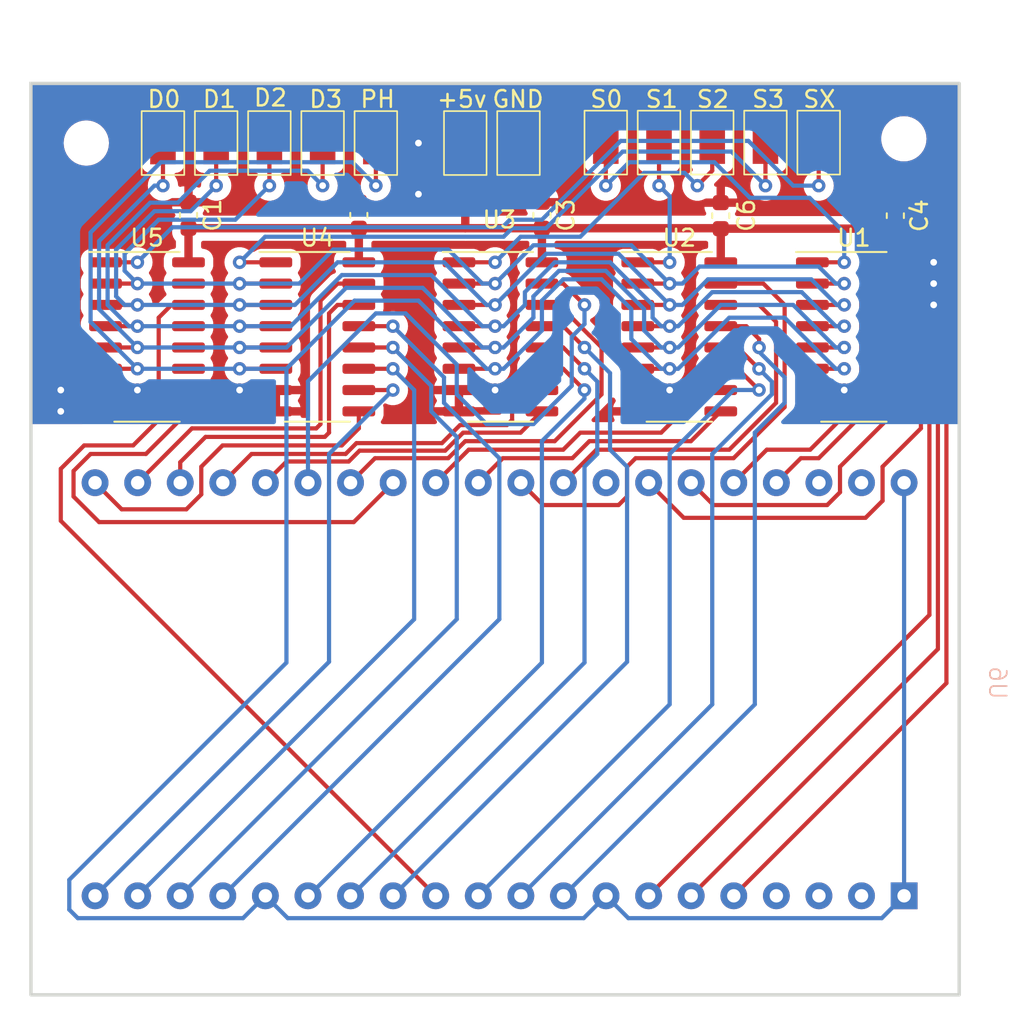
<source format=kicad_pcb>
(kicad_pcb (version 20221018) (generator pcbnew)
  (layers (0 "F.Cu" signal) (31 "B.Cu" signal) (34 "B.Paste" user) (35 "F.Paste" user) (36 "B.SilkS" user "B.Silkscreen") (37 "F.SilkS" user "F.Silkscreen") (38 "B.Mask" user) (39 "F.Mask" user) (44 "Edge.Cuts" user))
  (net 0 "")
  (net 1 "GND")
  (net 2 "PHASE")
  (net 6 "SIG_E0")
  (net 7 "SIG_D0")
  (net 8 "SIG_C0")
  (net 9 "SIG_E1")
  (net 10 "SIG_D1")
  (net 11 "SIG_C1")
  (net 12 "SIG_DP")
  (net 13 "SIG_E2")
  (net 14 "SIG_D2")
  (net 15 "SIG_C2")
  (net 16 "SIG_E3")
  (net 17 "SIG_D3")
  (net 18 "SIG_C3")
  (net 19 "SIG_B3")
  (net 20 "SIG_A3")
  (net 21 "SIG_F3")
  (net 22 "SIG_G3")
  (net 23 "SIG_B2")
  (net 24 "SIG_A2")
  (net 25 "SIG_F2")
  (net 26 "SIG_G2")
  (net 27 "SIG_COL")
  (net 28 "SIG_B1")
  (net 29 "SIG_A1")
  (net 30 "SIG_F1")
  (net 31 "SIG_G1")
  (net 33 "SIG_B0")
  (net 34 "SIG_A0")
  (net 35 "SIG_F0")
  (net 36 "SIG_G0")
  (net 39 "+5V")
  (net 40 "DIG_SEL_0")
  (net 41 "DATA2")
  (net 42 "DATA1")
  (net 43 "DATA3")
  (net 44 "DATA0")
  (net 45 "DIG_SEL_1")
  (net 46 "DIG_SEL_2")
  (net 47 "DIG_SEL_3")
  (net 48 "MIS_SEL")
  (footprint "Capacitor_SMD:C_0603_1608Metric" (layer "F.Cu") (at 169.418 91.935 -90)
    (fp_text reference "C2" hide)
    (fp_text value "C")
  )
  (footprint "MountingHole:MountingHole_2.2mm_M2" (layer "F.Cu") (at 153.67 135.89)
    (fp_text reference "H3" hide)
    (fp_text value "MountingHole")
  )
  (footprint "MountingHole:MountingHole_2.2mm_M2" (layer "F.Cu") (at 153.162 87.63)
    (fp_text reference "H1" hide)
    (fp_text value "MountingHole")
  )
  (footprint "MountingHole:MountingHole_2.2mm_M2" (layer "F.Cu") (at 201.93 87.376)
    (fp_text reference "H2" hide)
    (fp_text value "MountingHole")
  )
  (footprint "Package_SO:SOIC-16_3.9x9.9mm_P1.27mm" (layer "F.Cu") (at 166.943 99.187)
    (fp_text reference "U4")
    (fp_text value "4056")
  )
  (footprint "Package_SO:SOIC-16_3.9x9.9mm_P1.27mm" (layer "F.Cu") (at 188.533 99.187)
    (fp_text reference "U2")
    (fp_text value "4056")
  )
  (footprint "Capacitor_SMD:C_0603_1608Metric" (layer "F.Cu") (at 191.008 91.961 -90)
    (fp_text reference "C6")
    (fp_text value "C")
  )
  (footprint "Package_SO:SOIC-16_3.9x9.9mm_P1.27mm" (layer "F.Cu") (at 156.783 99.187)
    (fp_text reference "U5")
    (fp_text value "4056")
  )
  (footprint "MountingHole:MountingHole_2.2mm_M2" (layer "F.Cu") (at 201.93 136.144)
    (fp_text reference "H4" hide)
    (fp_text value "MountingHole")
  )
  (footprint "Capacitor_SMD:C_0603_1608Metric" (layer "F.Cu") (at 159.258 91.935 -90)
    (fp_text reference "C1")
    (fp_text value "C")
  )
  (footprint "Package_SO:SOIC-16_3.9x9.9mm_P1.27mm" (layer "F.Cu") (at 198.947 99.187)
    (fp_text reference "U1")
    (fp_text value "4056")
  )
  (footprint "Package_SO:SOIC-16_3.9x9.9mm_P1.27mm" (layer "F.Cu") (at 177.865 99.187)
    (fp_text reference "U3")
    (fp_text value "4056")
  )
  (footprint "MiscLib:PAD_5" (layer "F.Cu") (at 184.15 79.348)
    (fp_text reference "Conn2" hide)
    (fp_text value "5_Sig_Ip")
  )
  (footprint "MiscLib:PAD_5" (layer "F.Cu") (at 157.734 79.375)
    (fp_text reference "Conn1" hide)
    (fp_text value "5_Sig_Ip")
  )
  (footprint "Capacitor_SMD:C_0603_1608Metric" (layer "F.Cu") (at 180.34 91.935 -90)
    (fp_text reference "C3")
    (fp_text value "C")
  )
  (footprint "MiscLib:PAD_2" (layer "F.Cu") (at 175.768 79.375)
    (fp_text reference "Conn3" hide)
    (fp_text value "~")
  )
  (footprint "Capacitor_SMD:C_0603_1608Metric" (layer "F.Cu") (at 201.422 91.961 -90)
    (fp_text reference "C4")
    (fp_text value "C")
  )
  (footprint "LCD_Display:LCD-S401C39TR" (layer "B.Cu") (at 207.0245 119.8245 90)
    (fp_text reference "U6")
    (fp_text value "~")
  )
  (gr_rect (start 149.86 84.074) (end 205.232 138.43) (stroke (width 0.2)) (fill none) (layer "Edge.Cuts"))
  (gr_text "SX" (at 195.834 85.598) (layer "F.SilkS") (effects (font (size 1 1)) (justify left bottom)))
  (gr_text "D0" (at 156.718 85.598) (layer "F.SilkS") (effects (font (size 1 1)) (justify left bottom)))
  (gr_text "+5v\n" (at 173.99 85.598) (layer "F.SilkS") (effects (font (size 1 1)) (justify left bottom)))
  (gr_text "D2\n\n" (at 163.068 87.122) (layer "F.SilkS") (effects (font (size 1 1)) (justify left bottom)))
  (gr_text "D3\n" (at 166.37 85.598) (layer "F.SilkS") (effects (font (size 1 1)) (justify left bottom)))
  (gr_text "S3" (at 192.786 85.598) (layer "F.SilkS") (effects (font (size 1 1)) (justify left bottom)))
  (gr_text "PH" (at 169.418 85.598) (layer "F.SilkS") (effects (font (size 1 1)) (justify left bottom)))
  (gr_text "D1\n" (at 160.02 85.598) (layer "F.SilkS") (effects (font (size 1 1)) (justify left bottom)))
  (gr_text "S1" (at 186.436 85.598) (layer "F.SilkS") (effects (font (size 1 1)) (justify left bottom)))
  (gr_text "GND\n" (at 177.292 85.598) (layer "F.SilkS") (effects (font (size 1 1)) (justify left bottom)))
  (gr_text "S0" (at 183.134 85.598) (layer "F.SilkS") (effects (font (size 1 1)) (justify left bottom)))
  (gr_text "S2" (at 189.484 85.598) (layer "F.SilkS") (effects (font (size 1 1)) (justify left bottom)))
  (segment (start 164.468 102.362) (end 164.468 103.632) (width 0.5) (layer "F.Cu") (net 1))
  (segment (start 175.39 103.632) (end 175.39 102.362) (width 0.5) (layer "F.Cu") (net 1))
  (segment (start 175.39 102.362) (end 177.546 102.362) (width 0.5) (layer "F.Cu") (net 1))
  (segment (start 186.058 103.632) (end 186.058 102.362) (width 0.5) (layer "F.Cu") (net 1))
  (segment (start 162.306 102.362) (end 164.468 102.362) (width 0.5) (layer "F.Cu") (net 1))
  (segment (start 186.058 102.362) (end 187.96 102.362) (width 0.5) (layer "F.Cu") (net 1))
  (segment (start 154.308 103.632) (end 154.308 102.362) (width 0.5) (layer "F.Cu") (net 1))
  (segment (start 196.472 102.362) (end 198.374 102.362) (width 0.5) (layer "F.Cu") (net 1))
  (segment (start 196.472 103.632) (end 196.472 102.362) (width 0.5) (layer "F.Cu") (net 1))
  (segment (start 154.308 102.362) (end 156.21 102.362) (width 0.5) (layer "F.Cu") (net 1))
  (via (at 177.546 102.362) (size 0.8) (drill 0.4) (layers "F.Cu" "B.Cu") (net 1))
  (via (at 156.21 102.362) (size 0.8) (drill 0.4) (layers "F.Cu" "B.Cu") (net 1))
  (via (at 203.708 94.742) (size 0.8) (drill 0.4) (layers "F.Cu" "B.Cu") (net 1))
  (via (at 198.374 102.362) (size 0.8) (drill 0.4) (layers "F.Cu" "B.Cu") (net 1))
  (via (at 187.96 102.362) (size 0.8) (drill 0.4) (layers "F.Cu" "B.Cu") (net 1))
  (via (at 162.306 102.362) (size 0.8) (drill 0.4) (layers "F.Cu" "B.Cu") (net 1))
  (via (at 172.974 87.63) (size 0.8) (drill 0.4) (layers "F.Cu" "B.Cu") (net 1))
  (via (at 151.638 103.632) (size 0.8) (drill 0.4) (layers "F.Cu" "B.Cu") (net 1))
  (via (at 151.638 102.362) (size 0.8) (drill 0.4) (layers "F.Cu" "B.Cu") (net 1))
  (via (at 172.974 90.678) (size 0.8) (drill 0.4) (layers "F.Cu" "B.Cu") (net 1))
  (via (at 203.708 96.012) (size 0.8) (drill 0.4) (layers "F.Cu" "B.Cu") (net 1))
  (via (at 203.708 97.282) (size 0.8) (drill 0.4) (layers "F.Cu" "B.Cu") (net 1))
  (segment (start 184.15 99.441) (end 187.071 102.362) (width 0.5) (layer "B.Cu") (net 1))
  (segment (start 188.722 102.362) (end 192.278 98.806) (width 0.5) (layer "B.Cu") (net 1))
  (segment (start 181.952 96.432) (end 183.554 96.432) (width 0.5) (layer "B.Cu") (net 1))
  (segment (start 187.071 102.362) (end 187.96 102.362) (width 0.5) (layer "B.Cu") (net 1))
  (segment (start 184.15 97.028) (end 184.15 99.441) (width 0.5) (layer "B.Cu") (net 1))
  (segment (start 180.34 102.362) (end 181.356 101.346) (width 0.5) (layer "B.Cu") (net 1))
  (segment (start 181.356 101.346) (end 181.356 97.028) (width 0.5) (layer "B.Cu") (net 1))
  (segment (start 183.554 96.432) (end 184.15 97.028) (width 0.5) (layer "B.Cu") (net 1))
  (segment (start 194.31 98.806) (end 197.866 102.362) (width 0.5) (layer "B.Cu") (net 1))
  (segment (start 192.278 98.806) (end 194.31 98.806) (width 0.5) (layer "B.Cu") (net 1))
  (segment (start 177.546 102.362) (end 180.34 102.362) (width 0.5) (layer "B.Cu") (net 1))
  (segment (start 181.356 97.028) (end 181.952 96.432) (width 0.5) (layer "B.Cu") (net 1))
  (segment (start 187.96 102.362) (end 188.722 102.362) (width 0.5) (layer "B.Cu") (net 1))
  (segment (start 197.866 102.362) (end 198.374 102.362) (width 0.5) (layer "B.Cu") (net 1))
  (segment (start 164.468 101.092) (end 162.306 101.092) (width 0.25) (layer "F.Cu") (net 2))
  (segment (start 154.308 101.092) (end 156.21 101.092) (width 0.25) (layer "F.Cu") (net 2))
  (segment (start 196.472 101.092) (end 198.374 101.092) (width 0.25) (layer "F.Cu") (net 2))
  (segment (start 175.39 101.092) (end 177.546 101.092) (width 0.25) (layer "F.Cu") (net 2))
  (segment (start 186.058 101.092) (end 187.96 101.092) (width 0.25) (layer "F.Cu") (net 2))
  (segment (start 170.434 90.17) (end 170.434 87.63) (width 0.25) (layer "F.Cu") (net 2))
  (via (at 177.546 101.092) (size 0.8) (drill 0.4) (layers "F.Cu" "B.Cu") (net 2))
  (via (at 162.306 101.092) (size 0.8) (drill 0.4) (layers "F.Cu" "B.Cu") (net 2))
  (via (at 198.374 101.092) (size 0.8) (drill 0.4) (layers "F.Cu" "B.Cu") (net 2))
  (via (at 156.21 101.092) (size 0.8) (drill 0.4) (layers "F.Cu" "B.Cu") (net 2))
  (via (at 170.434 90.17) (size 0.8) (drill 0.4) (layers "F.Cu" "B.Cu") (net 2))
  (via (at 187.96 101.092) (size 0.8) (drill 0.4) (layers "F.Cu" "B.Cu") (net 2))
  (segment (start 188.468 101.092) (end 191.516 98.044) (width 0.25) (layer "B.Cu") (net 2))
  (segment (start 153.416 98.298) (end 153.416 92.964) (width 0.25) (layer "B.Cu") (net 2))
  (segment (start 185.674 99.314) (end 187.452 101.092) (width 0.25) (layer "B.Cu") (net 2))
  (segment (start 183.896 95.758) (end 185.674 97.536) (width 0.25) (layer "B.Cu") (net 2))
  (segment (start 180.34 97.028) (end 181.61 95.758) (width 0.25) (layer "B.Cu") (net 2))
  (segment (start 169.164 97.028) (end 172.974 97.028) (width 0.25) (layer "B.Cu") (net 2))
  (segment (start 165.1 101.092) (end 165.1 118.618) (width 0.25) (layer "B.Cu") (net 2))
  (segment (start 200.611 133.858) (end 185.498 133.858) (width 0.25) (layer "B.Cu") (net 2))
  (segment (start 162.306 101.092) (end 165.1 101.092) (width 0.25) (layer "B.Cu") (net 2))
  (segment (start 182.831 133.858) (end 165.178 133.858) (width 0.25) (layer "B.Cu") (net 2))
  (segment (start 191.516 98.044) (end 194.818 98.044) (width 0.25) (layer "B.Cu") (net 2))
  (segment (start 152.654 133.858) (end 162.511 133.858) (width 0.25) (layer "B.Cu") (net 2))
  (segment (start 172.974 97.028) (end 177.038 101.092) (width 0.25) (layer "B.Cu") (net 2))
  (segment (start 165.1 118.618) (end 152.146 131.572) (width 0.25) (layer "B.Cu") (net 2))
  (segment (start 197.866 101.092) (end 198.374 101.092) (width 0.25) (layer "B.Cu") (net 2))
  (segment (start 169.037 88.773) (end 170.434 90.17) (width 0.25) (layer "B.Cu") (net 2))
  (segment (start 156.21 101.092) (end 153.416 98.298) (width 0.25) (layer "B.Cu") (net 2))
  (segment (start 165.1 101.092) (end 169.164 97.028) (width 0.25) (layer "B.Cu") (net 2))
  (segment (start 157.607 88.773) (end 169.037 88.773) (width 0.25) (layer "B.Cu") (net 2))
  (segment (start 177.038 101.092) (end 177.546 101.092) (width 0.25) (layer "B.Cu") (net 2))
  (segment (start 187.96 101.092) (end 188.468 101.092) (width 0.25) (layer "B.Cu") (net 2))
  (segment (start 165.178 133.858) (end 163.8445 132.5245) (width 0.25) (layer "B.Cu") (net 2))
  (segment (start 185.674 97.536) (end 185.674 99.314) (width 0.25) (layer "B.Cu") (net 2))
  (segment (start 194.818 98.044) (end 197.866 101.092) (width 0.25) (layer "B.Cu") (net 2))
  (segment (start 177.546 101.092) (end 178.054 101.092) (width 0.25) (layer "B.Cu") (net 2))
  (segment (start 181.61 95.758) (end 183.896 95.758) (width 0.25) (layer "B.Cu") (net 2))
  (segment (start 187.452 101.092) (end 187.96 101.092) (width 0.25) (layer "B.Cu") (net 2))
  (segment (start 153.416 92.964) (end 157.607 88.773) (width 0.25) (layer "B.Cu") (net 2))
  (segment (start 201.9445 107.8865) (end 201.9445 132.5245) (width 0.25) (layer "B.Cu") (net 2))
  (segment (start 162.511 133.858) (end 163.8445 132.5245) (width 0.25) (layer "B.Cu") (net 2))
  (segment (start 178.054 101.092) (end 180.34 98.806) (width 0.25) (layer "B.Cu") (net 2))
  (segment (start 184.1645 132.5245) (end 182.831 133.858) (width 0.25) (layer "B.Cu") (net 2))
  (segment (start 180.34 98.806) (end 180.34 97.028) (width 0.25) (layer "B.Cu") (net 2))
  (segment (start 152.146 131.572) (end 152.146 133.35) (width 0.25) (layer "B.Cu") (net 2))
  (segment (start 201.9445 132.5245) (end 200.611 133.858) (width 0.25) (layer "B.Cu") (net 2))
  (segment (start 185.498 133.858) (end 184.1645 132.5245) (width 0.25) (layer "B.Cu") (net 2))
  (segment (start 152.146 133.35) (end 152.654 133.858) (width 0.25) (layer "B.Cu") (net 2))
  (segment (start 156.21 101.092) (end 162.306 101.092) (width 0.25) (layer "B.Cu") (net 2))
  (segment (start 201.422 98.552) (end 203.2 98.552) (width 0.25) (layer "F.Cu") (net 6))
  (segment (start 204.47 119.839) (end 191.7845 132.5245) (width 0.25) (layer "F.Cu") (net 6))
  (segment (start 204.47 99.822) (end 204.47 119.839) (width 0.25) (layer "F.Cu") (net 6))
  (segment (start 203.2 98.552) (end 204.47 99.822) (width 0.25) (layer "F.Cu") (net 6))
  (segment (start 203.962 117.807) (end 203.962 100.584) (width 0.25) (layer "F.Cu") (net 7))
  (segment (start 189.2445 132.5245) (end 203.962 117.807) (width 0.25) (layer "F.Cu") (net 7))
  (segment (start 201.422 99.822) (end 203.2 99.822) (width 0.25) (layer "F.Cu") (net 7))
  (segment (start 203.962 100.584) (end 203.2 99.822) (width 0.25) (layer "F.Cu") (net 7))
  (segment (start 202.438 101.092) (end 201.422 101.092) (width 0.25) (layer "F.Cu") (net 8))
  (segment (start 203.454 102.108) (end 202.438 101.092) (width 0.25) (layer "F.Cu") (net 8))
  (segment (start 203.454 115.775) (end 203.454 102.108) (width 0.25) (layer "F.Cu") (net 8))
  (segment (start 186.7045 132.5245) (end 203.454 115.775) (width 0.25) (layer "F.Cu") (net 8))
  (segment (start 192.532 98.552) (end 193.294 99.314) (width 0.25) (layer "F.Cu") (net 9))
  (segment (start 193.294 99.314) (end 193.294 99.822) (width 0.25) (layer "F.Cu") (net 9))
  (segment (start 191.008 98.552) (end 192.532 98.552) (width 0.25) (layer "F.Cu") (net 9))
  (via (at 193.294 99.822) (size 0.8) (drill 0.4) (layers "F.Cu" "B.Cu") (net 9))
  (segment (start 193.04 121.109) (end 181.6245 132.5245) (width 0.25) (layer "B.Cu") (net 9))
  (segment (start 194.818 101.6) (end 194.818 103.124) (width 0.25) (layer "B.Cu") (net 9))
  (segment (start 194.818 103.124) (end 193.04 104.902) (width 0.25) (layer "B.Cu") (net 9))
  (segment (start 193.04 99.822) (end 194.818 101.6) (width 0.25) (layer "B.Cu") (net 9))
  (segment (start 193.04 104.902) (end 193.04 121.109) (width 0.25) (layer "B.Cu") (net 9))
  (segment (start 193.289701 101.096299) (end 192.015402 99.822) (width 0.25) (layer "F.Cu") (net 10))
  (segment (start 192.015402 99.822) (end 191.008 99.822) (width 0.25) (layer "F.Cu") (net 10))
  (via (at 193.289701 101.096299) (size 0.8) (drill 0.4) (layers "F.Cu" "B.Cu") (net 10))
  (segment (start 194.056 101.862598) (end 194.056 102.616) (width 0.25) (layer "B.Cu") (net 10))
  (segment (start 190.5 121.109) (end 179.0845 132.5245) (width 0.25) (layer "B.Cu") (net 10))
  (segment (start 194.056 102.616) (end 190.5 106.172) (width 0.25) (layer "B.Cu") (net 10))
  (segment (start 193.289701 101.096299) (end 194.056 101.862598) (width 0.25) (layer "B.Cu") (net 10))
  (segment (start 190.5 106.172) (end 190.5 121.109) (width 0.25) (layer "B.Cu") (net 10))
  (segment (start 193.289701 102.357701) (end 192.024 101.092) (width 0.25) (layer "F.Cu") (net 11))
  (segment (start 192.024 101.092) (end 191.008 101.092) (width 0.25) (layer "F.Cu") (net 11))
  (via (at 193.289701 102.357701) (size 0.8) (drill 0.4) (layers "F.Cu" "B.Cu") (net 11))
  (segment (start 187.96 121.109) (end 176.5445 132.5245) (width 0.25) (layer "B.Cu") (net 11))
  (segment (start 191.774299 102.357701) (end 187.96 106.172) (width 0.25) (layer "B.Cu") (net 11))
  (segment (start 193.289701 102.357701) (end 191.774299 102.357701) (width 0.25) (layer "B.Cu") (net 11))
  (segment (start 187.96 106.172) (end 187.96 121.109) (width 0.25) (layer "B.Cu") (net 11))
  (segment (start 153.033604 105.664) (end 151.638 107.059604) (width 0.25) (layer "F.Cu") (net 12))
  (segment (start 157.48 98.044) (end 157.48 104.14) (width 0.25) (layer "F.Cu") (net 12))
  (segment (start 158.242 97.282) (end 157.48 98.044) (width 0.25) (layer "F.Cu") (net 12))
  (segment (start 157.48 104.14) (end 155.956 105.664) (width 0.25) (layer "F.Cu") (net 12))
  (segment (start 151.638 107.059604) (end 151.638 110.158) (width 0.25) (layer "F.Cu") (net 12))
  (segment (start 159.258 97.282) (end 158.242 97.282) (width 0.25) (layer "F.Cu") (net 12))
  (segment (start 151.638 110.158) (end 174.0045 132.5245) (width 0.25) (layer "F.Cu") (net 12))
  (segment (start 155.956 105.664) (end 153.033604 105.664) (width 0.25) (layer "F.Cu") (net 12))
  (segment (start 180.34 98.552) (end 181.61 98.552) (width 0.25) (layer "F.Cu") (net 13))
  (segment (start 181.61 98.552) (end 182.88 99.822) (width 0.25) (layer "F.Cu") (net 13))
  (via (at 182.88 99.822) (size 0.8) (drill 0.4) (layers "F.Cu" "B.Cu") (net 13))
  (segment (start 184.404 101.346) (end 184.404 105.918) (width 0.25) (layer "B.Cu") (net 13))
  (segment (start 185.42 106.934) (end 185.42 118.569) (width 0.25) (layer "B.Cu") (net 13))
  (segment (start 184.404 105.918) (end 185.42 106.934) (width 0.25) (layer "B.Cu") (net 13))
  (segment (start 185.42 118.569) (end 171.4645 132.5245) (width 0.25) (layer "B.Cu") (net 13))
  (segment (start 182.88 99.822) (end 184.404 101.346) (width 0.25) (layer "B.Cu") (net 13))
  (segment (start 181.61 99.822) (end 182.88 101.092) (width 0.25) (layer "F.Cu") (net 14))
  (segment (start 180.34 99.822) (end 181.61 99.822) (width 0.25) (layer "F.Cu") (net 14))
  (via (at 182.88 101.092) (size 0.8) (drill 0.4) (layers "F.Cu" "B.Cu") (net 14))
  (segment (start 183.642 106.172) (end 182.88 106.934) (width 0.25) (layer "B.Cu") (net 14))
  (segment (start 168.9245 132.5735) (end 168.9245 132.5245) (width 0.25) (layer "B.Cu") (net 14))
  (segment (start 182.88 106.934) (end 182.88 118.618) (width 0.25) (layer "B.Cu") (net 14))
  (segment (start 182.88 101.092) (end 183.642 101.854) (width 0.25) (layer "B.Cu") (net 14))
  (segment (start 183.642 101.854) (end 183.642 106.172) (width 0.25) (layer "B.Cu") (net 14))
  (segment (start 182.88 118.618) (end 168.9245 132.5735) (width 0.25) (layer "B.Cu") (net 14))
  (segment (start 180.34 101.092) (end 181.61 101.092) (width 0.25) (layer "F.Cu") (net 15))
  (segment (start 181.61 101.092) (end 182.875701 102.357701) (width 0.25) (layer "F.Cu") (net 15))
  (via (at 182.875701 102.357701) (size 0.8) (drill 0.4) (layers "F.Cu" "B.Cu") (net 15))
  (segment (start 182.875701 102.357701) (end 182.875701 102.874299) (width 0.25) (layer "B.Cu") (net 15))
  (segment (start 180.34 105.41) (end 180.34 118.618) (width 0.25) (layer "B.Cu") (net 15))
  (segment (start 182.875701 102.874299) (end 180.34 105.41) (width 0.25) (layer "B.Cu") (net 15))
  (segment (start 166.4335 132.5245) (end 166.3845 132.5245) (width 0.25) (layer "B.Cu") (net 15))
  (segment (start 180.34 118.618) (end 166.4335 132.5245) (width 0.25) (layer "B.Cu") (net 15))
  (segment (start 169.418 98.552) (end 171.45 98.552) (width 0.25) (layer "F.Cu") (net 16))
  (via (at 171.45 98.552) (size 0.8) (drill 0.4) (layers "F.Cu" "B.Cu") (net 16))
  (segment (start 177.8 106.426) (end 174.498 103.124) (width 0.25) (layer "B.Cu") (net 16))
  (segment (start 177.8 116.029) (end 177.8 106.426) (width 0.25) (layer "B.Cu") (net 16))
  (segment (start 174.498 103.124) (end 174.498 101.6) (width 0.25) (layer "B.Cu") (net 16))
  (segment (start 161.3045 132.5245) (end 177.8 116.029) (width 0.25) (layer "B.Cu") (net 16))
  (segment (start 174.498 101.6) (end 171.45 98.552) (width 0.25) (layer "B.Cu") (net 16))
  (segment (start 169.418 99.822) (end 171.45 99.822) (width 0.25) (layer "F.Cu") (net 17))
  (via (at 171.45 99.822) (size 0.8) (drill 0.4) (layers "F.Cu" "B.Cu") (net 17))
  (segment (start 158.7645 132.5245) (end 175.26 116.029) (width 0.25) (layer "B.Cu") (net 17))
  (segment (start 173.736 103.632) (end 173.736 102.108) (width 0.25) (layer "B.Cu") (net 17))
  (segment (start 175.26 105.156) (end 173.736 103.632) (width 0.25) (layer "B.Cu") (net 17))
  (segment (start 175.26 116.029) (end 175.26 105.156) (width 0.25) (layer "B.Cu") (net 17))
  (segment (start 173.736 102.108) (end 171.45 99.822) (width 0.25) (layer "B.Cu") (net 17))
  (segment (start 169.418 101.092) (end 171.45 101.092) (width 0.25) (layer "F.Cu") (net 18))
  (via (at 171.45 101.092) (size 0.8) (drill 0.4) (layers "F.Cu" "B.Cu") (net 18))
  (segment (start 172.72 102.362) (end 171.45 101.092) (width 0.25) (layer "B.Cu") (net 18))
  (segment (start 172.72 116.029) (end 172.72 102.362) (width 0.25) (layer "B.Cu") (net 18))
  (segment (start 156.2245 132.5245) (end 172.72 116.029) (width 0.25) (layer "B.Cu") (net 18))
  (segment (start 169.418 102.362) (end 171.45 102.362) (width 0.25) (layer "F.Cu") (net 19))
  (via (at 171.45 102.362) (size 0.8) (drill 0.4) (layers "F.Cu" "B.Cu") (net 19))
  (segment (start 171.45 102.362) (end 167.64 106.172) (width 0.25) (layer "B.Cu") (net 19))
  (segment (start 167.64 106.172) (end 167.64 118.569) (width 0.25) (layer "B.Cu") (net 19))
  (segment (start 167.64 118.569) (end 153.6845 132.5245) (width 0.25) (layer "B.Cu") (net 19))
  (segment (start 159.131 109.474) (end 155.272 109.474) (width 0.25) (layer "F.Cu") (net 20))
  (segment (start 161.29 105.664) (end 160.02 106.934) (width 0.25) (layer "F.Cu") (net 20))
  (segment (start 160.02 108.585) (end 159.131 109.474) (width 0.25) (layer "F.Cu") (net 20))
  (segment (start 168.402 105.664) (end 161.29 105.664) (width 0.25) (layer "F.Cu") (net 20))
  (segment (start 160.02 106.934) (end 160.02 108.585) (width 0.25) (layer "F.Cu") (net 20))
  (segment (start 169.418 104.648) (end 168.402 105.664) (width 0.25) (layer "F.Cu") (net 20))
  (segment (start 169.418 103.632) (end 169.418 104.648) (width 0.25) (layer "F.Cu") (net 20))
  (segment (start 155.272 109.474) (end 153.6845 107.8865) (width 0.25) (layer "F.Cu") (net 20))
  (segment (start 156.2245 107.8865) (end 159.463 104.648) (width 0.25) (layer "F.Cu") (net 21))
  (segment (start 167.132 97.028) (end 168.148 96.012) (width 0.25) (layer "F.Cu") (net 21))
  (segment (start 167.132 104.394) (end 167.132 97.028) (width 0.25) (layer "F.Cu") (net 21))
  (segment (start 168.148 96.012) (end 169.418 96.012) (width 0.25) (layer "F.Cu") (net 21))
  (segment (start 159.463 104.648) (end 166.878 104.648) (width 0.25) (layer "F.Cu") (net 21))
  (segment (start 166.878 104.648) (end 167.132 104.394) (width 0.25) (layer "F.Cu") (net 21))
  (segment (start 158.7645 106.6655) (end 160.274 105.156) (width 0.25) (layer "F.Cu") (net 22))
  (segment (start 167.386 105.156) (end 167.64 104.902) (width 0.25) (layer "F.Cu") (net 22))
  (segment (start 168.148 97.282) (end 169.418 97.282) (width 0.25) (layer "F.Cu") (net 22))
  (segment (start 167.64 104.902) (end 167.64 97.79) (width 0.25) (layer "F.Cu") (net 22))
  (segment (start 158.7645 107.8865) (end 158.7645 106.6655) (width 0.25) (layer "F.Cu") (net 22))
  (segment (start 167.64 97.79) (end 168.148 97.282) (width 0.25) (layer "F.Cu") (net 22))
  (segment (start 160.274 105.156) (end 167.386 105.156) (width 0.25) (layer "F.Cu") (net 22))
  (segment (start 168.630104 106.172) (end 169.276104 105.526) (width 0.25) (layer "F.Cu") (net 23))
  (segment (start 175.453208 104.452) (end 178.25 104.452) (width 0.25) (layer "F.Cu") (net 23))
  (segment (start 178.562 102.87) (end 179.07 102.362) (width 0.25) (layer "F.Cu") (net 23))
  (segment (start 179.07 102.362) (end 180.34 102.362) (width 0.25) (layer "F.Cu") (net 23))
  (segment (start 178.562 104.14) (end 178.562 102.87) (width 0.25) (layer "F.Cu") (net 23))
  (segment (start 169.276104 105.526) (end 174.379208 105.526) (width 0.25) (layer "F.Cu") (net 23))
  (segment (start 163.019 106.172) (end 168.630104 106.172) (width 0.25) (layer "F.Cu") (net 23))
  (segment (start 178.25 104.452) (end 178.562 104.14) (width 0.25) (layer "F.Cu") (net 23))
  (segment (start 174.379208 105.526) (end 175.453208 104.452) (width 0.25) (layer "F.Cu") (net 23))
  (segment (start 161.3045 107.8865) (end 163.019 106.172) (width 0.25) (layer "F.Cu") (net 23))
  (segment (start 175.639604 104.902) (end 174.565604 105.976) (width 0.25) (layer "F.Cu") (net 24))
  (segment (start 165.109 106.622) (end 163.8445 107.8865) (width 0.25) (layer "F.Cu") (net 24))
  (segment (start 180.34 103.632) (end 179.07 104.902) (width 0.25) (layer "F.Cu") (net 24))
  (segment (start 168.8165 106.622) (end 165.109 106.622) (width 0.25) (layer "F.Cu") (net 24))
  (segment (start 179.07 104.902) (end 175.639604 104.902) (width 0.25) (layer "F.Cu") (net 24))
  (segment (start 174.565604 105.976) (end 169.4625 105.976) (width 0.25) (layer "F.Cu") (net 24))
  (segment (start 169.4625 105.976) (end 168.8165 106.622) (width 0.25) (layer "F.Cu") (net 24))
  (segment (start 180.34 96.012) (end 181.61 96.012) (width 0.25) (layer "F.Cu") (net 25))
  (segment (start 181.61 96.012) (end 182.88 97.282) (width 0.25) (layer "F.Cu") (net 25))
  (via (at 182.88 97.282) (size 0.8) (drill 0.4) (layers "F.Cu" "B.Cu") (net 25))
  (segment (start 182.118 102.108) (end 179.832 104.394) (width 0.25) (layer "B.Cu") (net 25))
  (segment (start 172.212 97.79) (end 170.434 97.79) (width 0.25) (layer "B.Cu") (net 25))
  (segment (start 177.038 104.394) (end 175.26 102.616) (width 0.25) (layer "B.Cu") (net 25))
  (segment (start 170.434 97.79) (end 166.3845 101.8395) (width 0.25) (layer "B.Cu") (net 25))
  (segment (start 175.26 100.838) (end 172.212 97.79) (width 0.25) (layer "B.Cu") (net 25))
  (segment (start 182.88 97.282) (end 182.88 98.425) (width 0.25) (layer "B.Cu") (net 25))
  (segment (start 175.26 102.616) (end 175.26 100.838) (width 0.25) (layer "B.Cu") (net 25))
  (segment (start 179.832 104.394) (end 177.038 104.394) (width 0.25) (layer "B.Cu") (net 25))
  (segment (start 182.118 99.187) (end 182.118 102.108) (width 0.25) (layer "B.Cu") (net 25))
  (segment (start 182.88 98.425) (end 182.118 99.187) (width 0.25) (layer "B.Cu") (net 25))
  (segment (start 166.3845 101.8395) (end 166.3845 107.8865) (width 0.25) (layer "B.Cu") (net 25))
  (segment (start 170.385 106.426) (end 174.752 106.426) (width 0.25) (layer "F.Cu") (net 26))
  (segment (start 174.752 106.426) (end 175.768 105.41) (width 0.25) (layer "F.Cu") (net 26))
  (segment (start 168.9245 107.8865) (end 170.385 106.426) (width 0.25) (layer "F.Cu") (net 26))
  (segment (start 181.356 97.282) (end 180.34 97.282) (width 0.25) (layer "F.Cu") (net 26))
  (segment (start 183.171 99.097) (end 181.356 97.282) (width 0.25) (layer "F.Cu") (net 26))
  (segment (start 181.102 105.41) (end 183.896 102.616) (width 0.25) (layer "F.Cu") (net 26))
  (segment (start 175.768 105.41) (end 181.102 105.41) (width 0.25) (layer "F.Cu") (net 26))
  (segment (start 183.896 102.616) (end 183.896 99.812695) (width 0.25) (layer "F.Cu") (net 26))
  (segment (start 183.896 99.812695) (end 183.180305 99.097) (width 0.25) (layer "F.Cu") (net 26))
  (segment (start 183.180305 99.097) (end 183.171 99.097) (width 0.25) (layer "F.Cu") (net 26))
  (segment (start 169.115 110.236) (end 171.4645 107.8865) (width 0.25) (layer "F.Cu") (net 27))
  (segment (start 152.4 107.188) (end 152.4 108.712) (width 0.25) (layer "F.Cu") (net 27))
  (segment (start 156.718 106.172) (end 153.416 106.172) (width 0.25) (layer "F.Cu") (net 27))
  (segment (start 153.416 106.172) (end 152.4 107.188) (width 0.25) (layer "F.Cu") (net 27))
  (segment (start 153.924 110.236) (end 169.115 110.236) (width 0.25) (layer "F.Cu") (net 27))
  (segment (start 152.4 108.712) (end 153.924 110.236) (width 0.25) (layer "F.Cu") (net 27))
  (segment (start 159.258 103.632) (end 156.718 106.172) (width 0.25) (layer "F.Cu") (net 27))
  (segment (start 181.61 105.918) (end 182.626 104.902) (width 0.25) (layer "F.Cu") (net 28))
  (segment (start 189.992 102.362) (end 191.008 102.362) (width 0.25) (layer "F.Cu") (net 28))
  (segment (start 182.626 104.902) (end 187.452 104.902) (width 0.25) (layer "F.Cu") (net 28))
  (segment (start 187.452 104.902) (end 189.992 102.362) (width 0.25) (layer "F.Cu") (net 28))
  (segment (start 175.973 105.918) (end 181.61 105.918) (width 0.25) (layer "F.Cu") (net 28))
  (segment (start 174.0045 107.8865) (end 175.973 105.918) (width 0.25) (layer "F.Cu") (net 28))
  (segment (start 189.23 105.41) (end 183.172302 105.41) (width 0.25) (layer "F.Cu") (net 29))
  (segment (start 178.005 106.426) (end 176.5445 107.8865) (width 0.25) (layer "F.Cu") (net 29))
  (segment (start 183.172302 105.41) (end 182.156302 106.426) (width 0.25) (layer "F.Cu") (net 29))
  (segment (start 182.156302 106.426) (end 178.005 106.426) (width 0.25) (layer "F.Cu") (net 29))
  (segment (start 191.008 103.632) (end 189.23 105.41) (width 0.25) (layer "F.Cu") (net 29))
  (segment (start 184.912 109.22) (end 180.418 109.22) (width 0.25) (layer "F.Cu") (net 30))
  (segment (start 194.818 103.378) (end 191.77 106.426) (width 0.25) (layer "F.Cu") (net 30))
  (segment (start 180.418 109.22) (end 179.0845 107.8865) (width 0.25) (layer "F.Cu") (net 30))
  (segment (start 193.548 96.012) (end 194.818 97.282) (width 0.25) (layer "F.Cu") (net 30))
  (segment (start 191.008 96.012) (end 193.548 96.012) (width 0.25) (layer "F.Cu") (net 30))
  (segment (start 185.928 106.426) (end 185.42 106.934) (width 0.25) (layer "F.Cu") (net 30))
  (segment (start 191.77 106.426) (end 185.928 106.426) (width 0.25) (layer "F.Cu") (net 30))
  (segment (start 194.818 97.282) (end 194.818 103.378) (width 0.25) (layer "F.Cu") (net 30))
  (segment (start 185.42 106.934) (end 185.42 108.712) (width 0.25) (layer "F.Cu") (net 30))
  (segment (start 185.42 108.712) (end 184.912 109.22) (width 0.25) (layer "F.Cu") (net 30))
  (segment (start 181.6245 107.8865) (end 183.593 105.918) (width 0.25) (layer "F.Cu") (net 31))
  (segment (start 194.31 98.298) (end 193.294 97.282) (width 0.25) (layer "F.Cu") (net 31))
  (segment (start 193.294 97.282) (end 191.008 97.282) (width 0.25) (layer "F.Cu") (net 31))
  (segment (start 183.593 105.918) (end 191.516 105.918) (width 0.25) (layer "F.Cu") (net 31))
  (segment (start 194.31 103.124) (end 194.31 98.298) (width 0.25) (layer "F.Cu") (net 31))
  (segment (start 191.516 105.918) (end 194.31 103.124) (width 0.25) (layer "F.Cu") (net 31))
  (segment (start 202.692 102.362) (end 201.422 102.362) (width 0.25) (layer "F.Cu") (net 33))
  (segment (start 200.66 108.966) (end 200.66 106.934) (width 0.25) (layer "F.Cu") (net 33))
  (segment (start 188.8 109.982) (end 199.644 109.982) (width 0.25) (layer "F.Cu") (net 33))
  (segment (start 202.946 104.648) (end 202.946 102.616) (width 0.25) (layer "F.Cu") (net 33))
  (segment (start 186.7045 107.8865) (end 188.8 109.982) (width 0.25) (layer "F.Cu") (net 33))
  (segment (start 199.644 109.982) (end 200.66 108.966) (width 0.25) (layer "F.Cu") (net 33))
  (segment (start 202.946 102.616) (end 202.692 102.362) (width 0.25) (layer "F.Cu") (net 33))
  (segment (start 200.66 106.934) (end 202.946 104.648) (width 0.25) (layer "F.Cu") (net 33))
  (segment (start 190.578 109.22) (end 189.2445 107.8865) (width 0.25) (layer "F.Cu") (net 34))
  (segment (start 201.422 103.632) (end 198.12 106.934) (width 0.25) (layer "F.Cu") (net 34))
  (segment (start 198.12 106.934) (end 198.12 108.458) (width 0.25) (layer "F.Cu") (net 34))
  (segment (start 198.12 108.458) (end 197.358 109.22) (width 0.25) (layer "F.Cu") (net 34))
  (segment (start 197.358 109.22) (end 190.578 109.22) (width 0.25) (layer "F.Cu") (net 34))
  (segment (start 200.152 96.012) (end 199.39 96.774) (width 0.25) (layer "F.Cu") (net 35))
  (segment (start 201.422 96.012) (end 200.152 96.012) (width 0.25) (layer "F.Cu") (net 35))
  (segment (start 199.39 102.87) (end 196.342 105.918) (width 0.25) (layer "F.Cu") (net 35))
  (segment (start 199.39 96.774) (end 199.39 102.87) (width 0.25) (layer "F.Cu") (net 35))
  (segment (start 196.342 105.918) (end 193.753 105.918) (width 0.25) (layer "F.Cu") (net 35))
  (segment (start 193.753 105.918) (end 191.7845 107.8865) (width 0.25) (layer "F.Cu") (net 35))
  (segment (start 196.85 106.426) (end 195.785 106.426) (width 0.25) (layer "F.Cu") (net 36))
  (segment (start 201.422 97.282) (end 200.447 97.282) (width 0.25) (layer "F.Cu") (net 36))
  (segment (start 195.785 106.426) (end 194.3245 107.8865) (width 0.25) (layer "F.Cu") (net 36))
  (segment (start 200.447 97.282) (end 199.898 97.831) (width 0.25) (layer "F.Cu") (net 36))
  (segment (start 199.898 103.378) (end 196.85 106.426) (width 0.25) (layer "F.Cu") (net 36))
  (segment (start 199.898 97.831) (end 199.898 103.378) (width 0.25) (layer "F.Cu") (net 36))
  (segment (start 159.258 92.71) (end 169.418 92.71) (width 0.5) (layer "F.Cu") (net 39))
  (segment (start 169.418 92.71) (end 169.418 94.742) (width 0.5) (layer "F.Cu") (net 39))
  (segment (start 190.982 92.71) (end 191.008 92.736) (width 0.5) (layer "F.Cu") (net 39))
  (segment (start 180.34 92.71) (end 175.768 92.71) (width 0.5) (layer "F.Cu") (net 39))
  (segment (start 191.008 92.736) (end 191.008 94.739) (width 0.5) (layer "F.Cu") (net 39))
  (segment (start 169.418 92.71) (end 175.768 92.71) (width 0.5) (layer "F.Cu") (net 39))
  (segment (start 191.008 92.736) (end 201.422 92.736) (width 0.5) (layer "F.Cu") (net 39))
  (segment (start 180.34 92.71) (end 190.982 92.71) (width 0.5) (layer "F.Cu") (net 39))
  (segment (start 191.008 94.739) (end 191.005 94.742) (width 0.5) (layer "F.Cu") (net 39))
  (segment (start 180.34 92.71) (end 180.34 94.742) (width 0.5) (layer "F.Cu") (net 39))
  (segment (start 201.422 92.736) (end 201.422 94.742) (width 0.5) (layer "F.Cu") (net 39))
  (segment (start 175.768 87.63) (end 175.768 92.71) (width 0.5) (layer "F.Cu") (net 39))
  (segment (start 159.258 92.71) (end 159.258 94.742) (width 0.5) (layer "F.Cu") (net 39))
  (segment (start 184.15 87.603) (end 184.15 90.17) (width 0.25) (layer "F.Cu") (net 40))
  (segment (start 196.472 94.742) (end 198.374 94.742) (width 0.25) (layer "F.Cu") (net 40))
  (via (at 184.15 90.17) (size 0.8) (drill 0.4) (layers "F.Cu" "B.Cu") (net 40))
  (via (at 198.374 94.742) (size 0.8) (drill 0.4) (layers "F.Cu" "B.Cu") (net 40))
  (segment (start 185.547 88.773) (end 190.627 88.773) (width 0.25) (layer "B.Cu") (net 40))
  (segment (start 196.305 90.895) (end 198.374 92.964) (width 0.25) (layer "B.Cu") (net 40))
  (segment (start 192.749 90.895) (end 196.305 90.895) (width 0.25) (layer "B.Cu") (net 40))
  (segment (start 184.15 90.17) (end 185.547 88.773) (width 0.25) (layer "B.Cu") (net 40))
  (segment (start 198.374 92.964) (end 198.374 94.742) (width 0.25) (layer "B.Cu") (net 40))
  (segment (start 190.627 88.773) (end 192.749 90.895) (width 0.25) (layer "B.Cu") (net 40))
  (segment (start 196.472 96.012) (end 198.374 96.012) (width 0.25) (layer "F.Cu") (net 41))
  (segment (start 164.468 96.012) (end 162.306 96.012) (width 0.25) (layer "F.Cu") (net 41))
  (segment (start 164.084 87.63) (end 164.084 90.17) (width 0.25) (layer "F.Cu") (net 41))
  (segment (start 175.39 96.012) (end 177.546 96.012) (width 0.25) (layer "F.Cu") (net 41))
  (segment (start 154.308 96.012) (end 156.21 96.012) (width 0.25) (layer "F.Cu") (net 41))
  (segment (start 186.058 96.012) (end 187.96 96.012) (width 0.25) (layer "F.Cu") (net 41))
  (via (at 187.96 96.012) (size 0.8) (drill 0.4) (layers "F.Cu" "B.Cu") (net 41))
  (via (at 177.546 96.012) (size 0.8) (drill 0.4) (layers "F.Cu" "B.Cu") (net 41))
  (via (at 164.084 90.17) (size 0.8) (drill 0.4) (layers "F.Cu" "B.Cu") (net 41))
  (via (at 198.374 96.012) (size 0.8) (drill 0.4) (layers "F.Cu" "B.Cu") (net 41))
  (via (at 162.306 96.012) (size 0.8) (drill 0.4) (layers "F.Cu" "B.Cu") (net 41))
  (via (at 156.21 96.012) (size 0.8) (drill 0.4) (layers "F.Cu" "B.Cu") (net 41))
  (segment (start 162.306 96.012) (end 156.21 96.012) (width 0.25) (layer "B.Cu") (net 41))
  (segment (start 157.48 92.202) (end 162.052 92.202) (width 0.25) (layer "B.Cu") (net 41))
  (segment (start 187.96 96.012) (end 185.674 93.726) (width 0.25) (layer "B.Cu") (net 41))
  (segment (start 188.722 96.012) (end 187.96 96.012) (width 0.25) (layer "B.Cu") (net 41))
  (segment (start 177.546 96.012) (end 176.784 96.012) (width 0.25) (layer "B.Cu") (net 41))
  (segment (start 155.448 94.234) (end 157.48 92.202) (width 0.25) (layer "B.Cu") (net 41))
  (segment (start 185.674 93.726) (end 179.832 93.726) (width 0.25) (layer "B.Cu") (net 41))
  (segment (start 176.784 96.012) (end 174.752 93.98) (width 0.25) (layer "B.Cu") (net 41))
  (segment (start 162.052 92.202) (end 164.084 90.17) (width 0.25) (layer "B.Cu") (net 41))
  (segment (start 197.866 96.012) (end 196.85 94.996) (width 0.25) (layer "B.Cu") (net 41))
  (segment (start 174.752 93.98) (end 167.894 93.98) (width 0.25) (layer "B.Cu") (net 41))
  (segment (start 196.85 94.996) (end 189.738 94.996) (width 0.25) (layer "B.Cu") (net 41))
  (segment (start 179.832 93.726) (end 177.546 96.012) (width 0.25) (layer "B.Cu") (net 41))
  (segment (start 189.738 94.996) (end 188.722 96.012) (width 0.25) (layer "B.Cu") (net 41))
  (segment (start 155.448 95.25) (end 155.448 94.234) (width 0.25) (layer "B.Cu") (net 41))
  (segment (start 198.374 96.012) (end 197.866 96.012) (width 0.25) (layer "B.Cu") (net 41))
  (segment (start 167.894 93.98) (end 165.862 96.012) (width 0.25) (layer "B.Cu") (net 41))
  (segment (start 165.862 96.012) (end 162.306 96.012) (width 0.25) (layer "B.Cu") (net 41))
  (segment (start 156.21 96.012) (end 155.448 95.25) (width 0.25) (layer "B.Cu") (net 41))
  (segment (start 175.39 97.282) (end 177.546 97.282) (width 0.25) (layer "F.Cu") (net 42))
  (segment (start 154.308 97.282) (end 156.21 97.282) (width 0.25) (layer "F.Cu") (net 42))
  (segment (start 164.468 97.282) (end 162.306 97.282) (width 0.25) (layer "F.Cu") (net 42))
  (segment (start 196.472 97.282) (end 198.374 97.282) (width 0.25) (layer "F.Cu") (net 42))
  (segment (start 160.909 87.63) (end 160.909 90.17) (width 0.25) (layer "F.Cu") (net 42))
  (segment (start 186.058 97.282) (end 187.96 97.282) (width 0.25) (layer "F.Cu") (net 42))
  (via (at 187.96 97.282) (size 0.8) (drill 0.4) (layers "F.Cu" "B.Cu") (net 42))
  (via (at 160.909 90.17) (size 0.8) (drill 0.4) (layers "F.Cu" "B.Cu") (net 42))
  (via (at 177.546 97.282) (size 0.8) (drill 0.4) (layers "F.Cu" "B.Cu") (net 42))
  (via (at 198.374 97.282) (size 0.8) (drill 0.4) (layers "F.Cu" "B.Cu") (net 42))
  (via (at 162.306 97.282) (size 0.8) (drill 0.4) (layers "F.Cu" "B.Cu") (net 42))
  (via (at 156.21 97.282) (size 0.8) (drill 0.4) (layers "F.Cu" "B.Cu") (net 42))
  (segment (start 187.96 97.282) (end 188.722 97.282) (width 0.25) (layer "B.Cu") (net 42))
  (segment (start 188.722 97.282) (end 190.246 95.758) (width 0.25) (layer "B.Cu") (net 42))
  (segment (start 180.594 94.234) (end 184.912 94.234) (width 0.25) (layer "B.Cu") (net 42))
  (segment (start 197.935 97.282) (end 198.374 97.282) (width 0.25) (layer "B.Cu") (net 42))
  (segment (start 160.909 90.17) (end 159.385 91.694) (width 0.25) (layer "B.Cu") (net 42))
  (segment (start 184.912 94.234) (end 187.96 97.282) (width 0.25) (layer "B.Cu") (net 42))
  (segment (start 177.546 97.282) (end 180.594 94.234) (width 0.25) (layer "B.Cu") (net 42))
  (segment (start 162.306 97.282) (end 165.608 97.282) (width 0.25) (layer "B.Cu") (net 42))
  (segment (start 155.448 97.282) (end 156.21 97.282) (width 0.25) (layer "B.Cu") (net 42))
  (segment (start 157.226 91.694) (end 154.94 93.98) (width 0.25) (layer "B.Cu") (net 42))
  (segment (start 177.038 97.282) (end 177.546 97.282) (width 0.25) (layer "B.Cu") (net 42))
  (segment (start 154.94 93.98) (end 154.94 96.774) (width 0.25) (layer "B.Cu") (net 42))
  (segment (start 159.385 91.694) (end 157.226 91.694) (width 0.25) (layer "B.Cu") (net 42))
  (segment (start 196.411 95.758) (end 197.935 97.282) (width 0.25) (layer "B.Cu") (net 42))
  (segment (start 168.148 94.742) (end 174.498 94.742) (width 0.25) (layer "B.Cu") (net 42))
  (segment (start 156.21 97.282) (end 162.306 97.282) (width 0.25) (layer "B.Cu") (net 42))
  (segment (start 190.246 95.758) (end 196.411 95.758) (width 0.25) (layer "B.Cu") (net 42))
  (segment (start 154.94 96.774) (end 155.448 97.282) (width 0.25) (layer "B.Cu") (net 42))
  (segment (start 174.498 94.742) (end 177.038 97.282) (width 0.25) (layer "B.Cu") (net 42))
  (segment (start 165.608 97.282) (end 168.148 94.742) (width 0.25) (layer "B.Cu") (net 42))
  (segment (start 154.308 98.552) (end 156.21 98.552) (width 0.25) (layer "F.Cu") (net 43))
  (segment (start 186.058 98.552) (end 187.96 98.552) (width 0.25) (layer "F.Cu") (net 43))
  (segment (start 164.468 98.552) (end 162.306 98.552) (width 0.25) (layer "F.Cu") (net 43))
  (segment (start 167.259 87.63) (end 167.259 90.17) (width 0.25) (layer "F.Cu") (net 43))
  (segment (start 196.472 98.552) (end 198.374 98.552) (width 0.25) (layer "F.Cu") (net 43))
  (segment (start 175.39 98.552) (end 177.546 98.552) (width 0.25) (layer "F.Cu") (net 43))
  (via (at 162.306 98.552) (size 0.8) (drill 0.4) (layers "F.Cu" "B.Cu") (net 43))
  (via (at 156.21 98.552) (size 0.8) (drill 0.4) (layers "F.Cu" "B.Cu") (net 43))
  (via (at 167.259 90.17) (size 0.8) (drill 0.4) (layers "F.Cu" "B.Cu") (net 43))
  (via (at 177.546 98.552) (size 0.8) (drill 0.4) (layers "F.Cu" "B.Cu") (net 43))
  (via (at 198.374 98.552) (size 0.8) (drill 0.4) (layers "F.Cu" "B.Cu") (net 43))
  (via (at 187.96 98.552) (size 0.8) (drill 0.4) (layers "F.Cu" "B.Cu") (net 43))
  (segment (start 188.468 98.552) (end 190.5 96.52) (width 0.25) (layer "B.Cu") (net 43))
  (segment (start 176.784 98.552) (end 177.546 98.552) (width 0.25) (layer "B.Cu") (net 43))
  (segment (start 156.21 98.552) (end 162.306 98.552) (width 0.25) (layer "B.Cu") (net 43))
  (segment (start 195.834 96.52) (end 197.866 98.552) (width 0.25) (layer "B.Cu") (net 43))
  (segment (start 168.402 95.504) (end 173.736 95.504) (width 0.25) (layer "B.Cu") (net 43))
  (segment (start 160.528 89.281) (end 158.623 91.186) (width 0.25) (layer "B.Cu") (net 43))
  (segment (start 156.972 91.186) (end 154.432 93.726) (width 0.25) (layer "B.Cu") (net 43))
  (segment (start 187.452 98.552) (end 187.96 98.552) (width 0.25) (layer "B.Cu") (net 43))
  (segment (start 177.546 98.552) (end 178.054 98.552) (width 0.25) (layer "B.Cu") (net 43))
  (segment (start 179.324 97.282) (end 179.324 96.52) (width 0.25) (layer "B.Cu") (net 43))
  (segment (start 155.702 98.552) (end 156.21 98.552) (width 0.25) (layer "B.Cu") (net 43))
  (segment (start 173.736 95.504) (end 176.784 98.552) (width 0.25) (layer "B.Cu") (net 43))
  (segment (start 190.5 96.52) (end 195.834 96.52) (width 0.25) (layer "B.Cu") (net 43))
  (segment (start 186.944 98.044) (end 187.452 98.552) (width 0.25) (layer "B.Cu") (net 43))
  (segment (start 179.324 96.52) (end 181.102 94.742) (width 0.25) (layer "B.Cu") (net 43))
  (segment (start 181.102 94.742) (end 184.404 94.742) (width 0.25) (layer "B.Cu") (net 43))
  (segment (start 154.432 97.282) (end 155.702 98.552) (width 0.25) (layer "B.Cu") (net 43))
  (segment (start 165.354 98.552) (end 168.402 95.504) (width 0.25) (layer "B.Cu") (net 43))
  (segment (start 158.623 91.186) (end 156.972 91.186) (width 0.25) (layer "B.Cu") (net 43))
  (segment (start 162.306 98.552) (end 165.354 98.552) (width 0.25) (layer "B.Cu") (net 43))
  (segment (start 184.404 94.742) (end 186.944 97.282) (width 0.25) (layer "B.Cu") (net 43))
  (segment (start 197.866 98.552) (end 198.374 98.552) (width 0.25) (layer "B.Cu") (net 43))
  (segment (start 187.96 98.552) (end 188.468 98.552) (width 0.25) (layer "B.Cu") (net 43))
  (segment (start 186.944 97.282) (end 186.944 98.044) (width 0.25) (layer "B.Cu") (net 43))
  (segment (start 178.054 98.552) (end 179.324 97.282) (width 0.25) (layer "B.Cu") (net 43))
  (segment (start 166.37 89.281) (end 160.528 89.281) (width 0.25) (layer "B.Cu") (net 43))
  (segment (start 154.432 93.726) (end 154.432 97.282) (width 0.25) (layer "B.Cu") (net 43))
  (segment (start 167.259 90.17) (end 166.37 89.281) (width 0.25) (layer "B.Cu") (net 43))
  (segment (start 157.734 87.63) (end 157.734 90.17) (width 0.25) (layer "F.Cu") (net 44))
  (segment (start 154.308 99.822) (end 156.21 99.822) (width 0.25) (layer "F.Cu") (net 44))
  (segment (start 164.468 99.822) (end 162.306 99.822) (width 0.25) (layer "F.Cu") (net 44))
  (segment (start 196.472 99.822) (end 198.374 99.822) (width 0.25) (layer "F.Cu") (net 44))
  (segment (start 186.058 99.822) (end 187.96 99.822) (width 0.25) (layer "F.Cu") (net 44))
  (segment (start 175.39 99.822) (end 177.546 99.822) (width 0.25) (layer "F.Cu") (net 44))
  (via (at 157.734 90.17) (size 0.8) (drill 0.4) (layers "F.Cu" "B.Cu") (net 44))
  (via (at 162.306 99.822) (size 0.8) (drill 0.4) (layers "F.Cu" "B.Cu") (net 44))
  (via (at 156.21 99.822) (size 0.8) (drill 0.4) (layers "F.Cu" "B.Cu") (net 44))
  (via (at 187.96 99.822) (size 0.8) (drill 0.4) (layers "F.Cu" "B.Cu") (net 44))
  (via (at 198.374 99.822) (size 0.8) (drill 0.4) (layers "F.Cu" "B.Cu") (net 44))
  (via (at 177.546 99.822) (size 0.8) (drill 0.4) (layers "F.Cu" "B.Cu") (net 44))
  (segment (start 165.1 99.822) (end 162.306 99.822) (width 0.25) (layer "B.Cu") (net 44))
  (segment (start 181.356 95.25) (end 179.832 96.774) (width 0.25) (layer "B.Cu") (net 44))
  (segment (start 157.226 90.17) (end 157.734 90.17) (width 0.25) (layer "B.Cu") (net 44))
  (segment (start 191.008 97.282) (end 188.468 99.822) (width 0.25) (layer "B.Cu") (net 44))
  (segment (start 177.546 99.822) (end 176.784 99.822) (width 0.25) (layer "B.Cu") (net 44))
  (segment (start 198.374 99.822) (end 197.866 99.822) (width 0.25) (layer "B.Cu") (net 44))
  (segment (start 187.96 99.822) (end 187.452 99.822) (width 0.25) (layer "B.Cu") (net 44))
  (segment (start 179.832 96.774) (end 179.832 98.044) (width 0.25) (layer "B.Cu") (net 44))
  (segment (start 179.832 98.044) (end 178.054 99.822) (width 0.25) (layer "B.Cu") (net 44))
  (segment (start 178.054 99.822) (end 177.546 99.822) (width 0.25) (layer "B.Cu") (net 44))
  (segment (start 186.436 97.536) (end 184.15 95.25) (width 0.25) (layer "B.Cu") (net 44))
  (segment (start 176.784 99.822) (end 173.228 96.266) (width 0.25) (layer "B.Cu") (net 44))
  (segment (start 195.326 97.282) (end 191.008 97.282) (width 0.25) (layer "B.Cu") (net 44))
  (segment (start 197.866 99.822) (end 195.326 97.282) (width 0.25) (layer "B.Cu") (net 44))
  (segment (start 184.15 95.25) (end 181.356 95.25) (width 0.25) (layer "B.Cu") (net 44))
  (segment (start 173.228 96.266) (end 168.656 96.266) (width 0.25) (layer "B.Cu") (net 44))
  (segment (start 186.436 98.806) (end 186.436 97.536) (width 0.25) (layer "B.Cu") (net 44))
  (segment (start 156.21 99.822) (end 153.924 97.536) (width 0.25) (layer "B.Cu") (net 44))
  (segment (start 153.924 93.472) (end 157.226 90.17) (width 0.25) (layer "B.Cu") (net 44))
  (segment (start 162.306 99.822) (end 156.21 99.822) (width 0.25) (layer "B.Cu") (net 44))
  (segment (start 168.656 96.266) (end 165.1 99.822) (width 0.25) (layer "B.Cu") (net 44))
  (segment (start 188.468 99.822) (end 187.96 99.822) (width 0.25) (layer "B.Cu") (net 44))
  (segment (start 153.924 97.536) (end 153.924 93.472) (width 0.25) (layer "B.Cu") (net 44))
  (segment (start 187.452 99.822) (end 186.436 98.806) (width 0.25) (layer "B.Cu") (net 44))
  (segment (start 186.058 94.742) (end 187.96 94.742) (width 0.25) (layer "F.Cu") (net 45))
  (segment (start 187.325 87.603) (end 187.325 90.17) (width 0.25) (layer "F.Cu") (net 45))
  (via (at 187.325 90.17) (size 0.8) (drill 0.4) (layers "F.Cu" "B.Cu") (net 45))
  (via (at 187.96 94.742) (size 0.8) (drill 0.4) (layers "F.Cu" "B.Cu") (net 45))
  (segment (start 187.96 90.805) (end 187.325 90.17) (width 0.25) (layer "B.Cu") (net 45))
  (segment (start 187.96 94.742) (end 187.96 90.805) (width 0.25) (layer "B.Cu") (net 45))
  (segment (start 190.5 89.281) (end 190.5 87.603) (width 0.25) (layer "F.Cu") (net 46))
  (segment (start 189.611 90.17) (end 190.5 89.281) (width 0.25) (layer "F.Cu") (net 46))
  (segment (start 175.39 94.742) (end 177.546 94.742) (width 0.25) (layer "F.Cu") (net 46))
  (via (at 177.546 94.742) (size 0.8) (drill 0.4) (layers "F.Cu" "B.Cu") (net 46))
  (via (at 189.611 90.17) (size 0.8) (drill 0.4) (layers "F.Cu" "B.Cu") (net 46))
  (segment (start 188.849 89.408) (end 186.436 89.408) (width 0.25) (layer "B.Cu") (net 46))
  (segment (start 182.626 93.218) (end 179.07 93.218) (width 0.25) (layer "B.Cu") (net 46))
  (segment (start 186.436 89.408) (end 182.626 93.218) (width 0.25) (layer "B.Cu") (net 46))
  (segment (start 189.611 90.17) (end 188.849 89.408) (width 0.25) (layer "B.Cu") (net 46))
  (segment (start 179.07 93.218) (end 177.546 94.742) (width 0.25) (layer "B.Cu") (net 46))
  (segment (start 164.468 94.742) (end 162.306 94.742) (width 0.25) (layer "F.Cu") (net 47))
  (segment (start 193.675 87.603) (end 193.675 90.17) (width 0.25) (layer "F.Cu") (net 47))
  (via (at 193.675 90.17) (size 0.8) (drill 0.4) (layers "F.Cu" "B.Cu") (net 47))
  (via (at 162.306 94.742) (size 0.8) (drill 0.4) (layers "F.Cu" "B.Cu") (net 47))
  (segment (start 163.83 93.218) (end 162.306 94.742) (width 0.25) (layer "B.Cu") (net 47))
  (segment (start 178.562 92.71) (end 178.054 93.218) (width 0.25) (layer "B.Cu") (net 47))
  (segment (start 193.675 90.17) (end 191.643 88.138) (width 0.25) (layer "B.Cu") (net 47))
  (segment (start 178.054 93.218) (end 163.83 93.218) (width 0.25) (layer "B.Cu") (net 47))
  (segment (start 191.643 88.138) (end 185.156695 88.138) (width 0.25) (layer "B.Cu") (net 47))
  (segment (start 185.156695 88.138) (end 180.584695 92.71) (width 0.25) (layer "B.Cu") (net 47))
  (segment (start 180.584695 92.71) (end 178.562 92.71) (width 0.25) (layer "B.Cu") (net 47))
  (segment (start 154.308 94.742) (end 156.21 94.742) (width 0.25) (layer "F.Cu") (net 48))
  (segment (start 196.85 87.603) (end 196.85 90.17) (width 0.25) (layer "F.Cu") (net 48))
  (via (at 156.21 94.742) (size 0.8) (drill 0.4) (layers "F.Cu" "B.Cu") (net 48))
  (via (at 196.85 90.17) (size 0.8) (drill 0.4) (layers "F.Cu" "B.Cu") (net 48))
  (segment (start 178.433604 92.202) (end 180.34 92.202) (width 0.25) (layer "B.Cu") (net 48))
  (segment (start 192.659 87.503) (end 195.326 90.17) (width 0.25) (layer "B.Cu") (net 48))
  (segment (start 185.039 87.503) (end 192.659 87.503) (width 0.25) (layer "B.Cu") (net 48))
  (segment (start 180.34 92.202) (end 185.039 87.503) (width 0.25) (layer "B.Cu") (net 48))
  (segment (start 177.983604 92.652) (end 178.433604 92.202) (width 0.25) (layer "B.Cu") (net 48))
  (segment (start 158.3 92.652) (end 177.983604 92.652) (width 0.25) (layer "B.Cu") (net 48))
  (segment (start 195.326 90.17) (end 196.85 90.17) (width 0.25) (layer "B.Cu") (net 48))
  (segment (start 156.21 94.742) (end 158.3 92.652) (width 0.25) (layer "B.Cu") (net 48))
  (zone (net 1) (net_name "GND") (layers "F&B.Cu") (connect_pads (clearance 0.5)) (min_thickness 0.25) (fill yes (thermal_gap 0.5) (thermal_bridge_width 0.5))
    (polygon (pts (xy 149.86 84.074) (xy 149.86 104.394) (xy 165.1 104.394) (xy 165.1 104.394) (xy 195.072 104.394) (xy 195.072 104.394) (xy 205.232 104.394) (xy 205.232 84.074)))
  )
)
</source>
